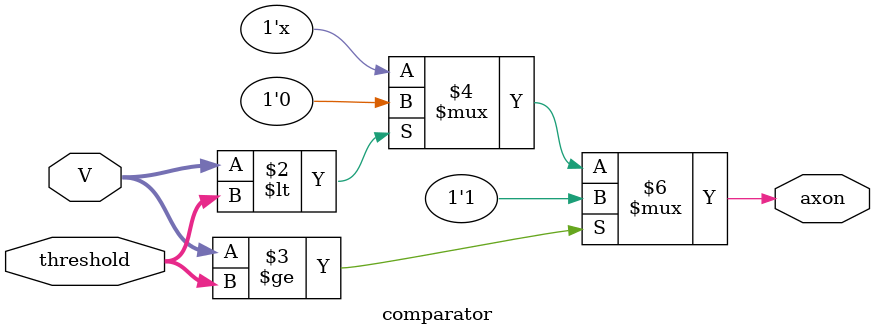
<source format=v>
module comparator(input [14:0] V, input [14:0] threshold, output reg axon);
	always @* begin
      if (V<threshold) begin
        axon <= 0;
      end
      if (V >= threshold) begin
        axon <= 1;
      end
    end
endmodule

</source>
